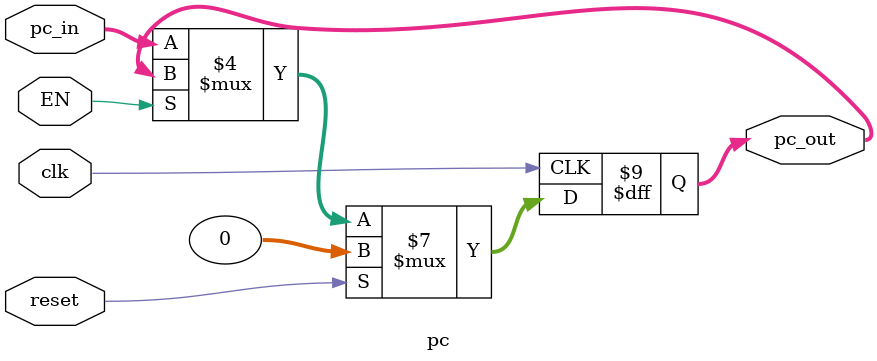
<source format=sv>
`timescale 1ns/1ps

module pc #(reset_pc = 32'h00000000) (clk, reset, pc_in, pc_out, EN);
    input logic clk, reset, EN;
    input logic [31:0] pc_in;
    output logic [31:0] pc_out;

    always_ff @(posedge clk) begin
        if (reset) begin
            pc_out <= reset_pc;
        end else begin
            if (!EN) pc_out <= pc_in;
            else pc_out <= pc_out;
        end
    end
endmodule

// module pc_tb();
//     logic clk, reset;
//     logic [31:0] pc_in;
//     logic [31:0] pc_out;
//     logic [2:0] state;

//     parameter CLOCK_PERIOD = 10;

//     initial begin
//         clk <= 0;
//         forever #(CLOCK_PERIOD/2) clk <= ~clk;//toggle the clock indefinitely
//     end

//     pc dut (.clk(clk), .reset(reset), .pc_in(pc_in), .pc_out(pc_out), .state(state));

//     initial begin
//         reset = 1; @(posedge clk);
//         reset = 0; @(posedge clk);
//         for (int i = 0; i < 1000; i++) begin
//             pc_in = $random; @(posedge clk);
//         end
//         $stop;
//     end
// endmodule
</source>
